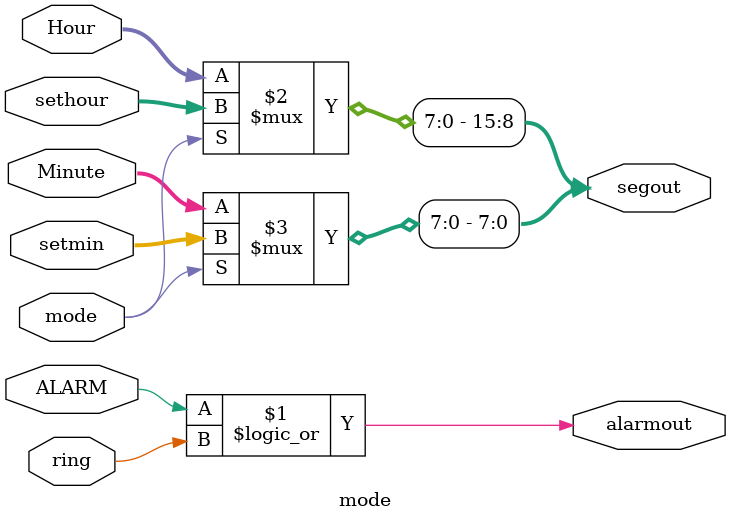
<source format=v>
`timescale 1ns / 1ps
module mode(
input mode,
output alarmout,
input ALARM,
input ring,
input[7:0] Hour,
input[7:0] Minute,
input[7:0] sethour,
input[7:0] setmin,
output[15:0] segout
    );
assign alarmout=ALARM||ring;
assign segout[15:8] = mode?sethour:Hour;
assign segout[7:0] = mode?setmin:Minute;


endmodule

</source>
